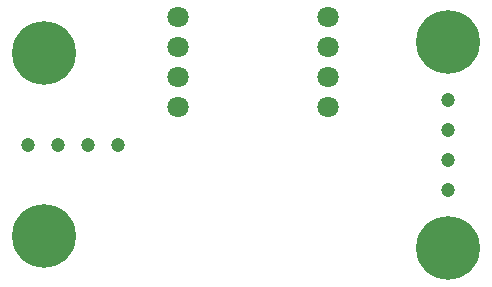
<source format=gbs>
G04 #@! TF.GenerationSoftware,KiCad,Pcbnew,(5.1.9-16-g1737927814)-1*
G04 #@! TF.CreationDate,2021-04-01T12:21:51-04:00*
G04 #@! TF.ProjectId,pressure_ms4525do,70726573-7375-4726-955f-6d7334353235,1*
G04 #@! TF.SameCoordinates,Original*
G04 #@! TF.FileFunction,Soldermask,Bot*
G04 #@! TF.FilePolarity,Negative*
%FSLAX45Y45*%
G04 Gerber Fmt 4.5, Leading zero omitted, Abs format (unit mm)*
G04 Created by KiCad (PCBNEW (5.1.9-16-g1737927814)-1) date 2021-04-01 12:21:51*
%MOMM*%
%LPD*%
G01*
G04 APERTURE LIST*
%ADD10C,1.200000*%
%ADD11C,1.800000*%
%ADD12C,5.400000*%
%ADD13C,0.800000*%
G04 APERTURE END LIST*
D10*
X727000Y-1250000D03*
X473000Y-1250000D03*
X219000Y-1250000D03*
X981000Y-1250000D03*
X3775000Y-1377000D03*
X3775000Y-1123000D03*
X3775000Y-869000D03*
X3775000Y-1631000D03*
D11*
X2760000Y-169000D03*
X2760000Y-423000D03*
X2760000Y-677000D03*
X2760000Y-931000D03*
X1490000Y-931000D03*
X1490000Y-677000D03*
X1490000Y-423000D03*
X1490000Y-169000D03*
D12*
X3775000Y-2125000D03*
D13*
X3977500Y-2125000D03*
X3918189Y-2268189D03*
X3775000Y-2327500D03*
X3631811Y-2268189D03*
X3572500Y-2125000D03*
X3631811Y-1981811D03*
X3775000Y-1922500D03*
X3918189Y-1981811D03*
D12*
X3775000Y-375000D03*
D13*
X3977500Y-375000D03*
X3918189Y-518189D03*
X3775000Y-577500D03*
X3631811Y-518189D03*
X3572500Y-375000D03*
X3631811Y-231811D03*
X3775000Y-172500D03*
X3918189Y-231811D03*
D12*
X350000Y-2025000D03*
D13*
X552500Y-2025000D03*
X493189Y-2168189D03*
X350000Y-2227500D03*
X206811Y-2168189D03*
X147500Y-2025000D03*
X206811Y-1881811D03*
X350000Y-1822500D03*
X493189Y-1881811D03*
D12*
X350000Y-475000D03*
D13*
X552500Y-475000D03*
X493189Y-618189D03*
X350000Y-677500D03*
X206811Y-618189D03*
X147500Y-475000D03*
X206811Y-331811D03*
X350000Y-272500D03*
X493189Y-331811D03*
M02*

</source>
